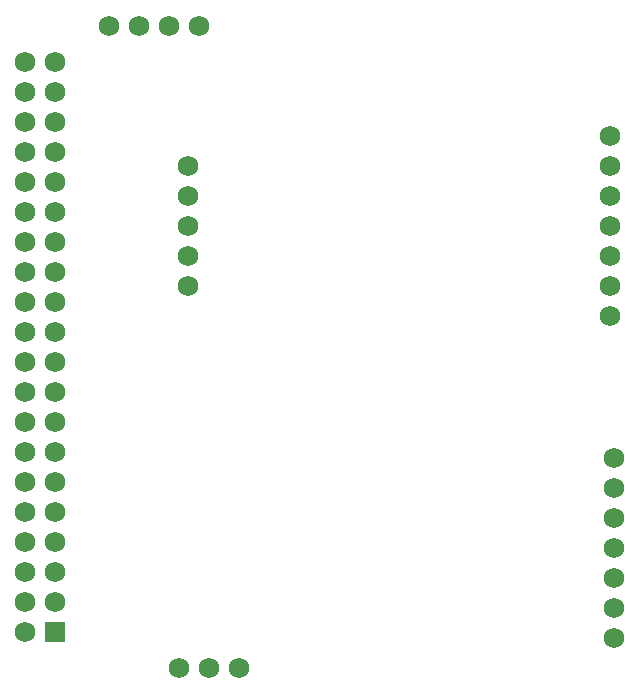
<source format=gbs>
G04*
G04 #@! TF.GenerationSoftware,Altium Limited,Altium Designer,23.4.1 (23)*
G04*
G04 Layer_Color=16711935*
%FSLAX44Y44*%
%MOMM*%
G71*
G04*
G04 #@! TF.SameCoordinates,85A289D2-1239-4559-B1A6-7CFCC22C1876*
G04*
G04*
G04 #@! TF.FilePolarity,Negative*
G04*
G01*
G75*
%ADD11C,1.7272*%
%ADD12R,1.7272X1.7272*%
D11*
X520700Y843280D02*
D03*
Y817880D02*
D03*
Y792480D02*
D03*
Y767080D02*
D03*
Y741680D02*
D03*
Y716280D02*
D03*
Y690880D02*
D03*
X51470Y448310D02*
D03*
Y473710D02*
D03*
Y499110D02*
D03*
Y524510D02*
D03*
Y549910D02*
D03*
X26070Y422910D02*
D03*
Y448310D02*
D03*
Y473710D02*
D03*
Y499110D02*
D03*
Y524510D02*
D03*
Y549910D02*
D03*
X51470Y575310D02*
D03*
X26070D02*
D03*
X51470Y600710D02*
D03*
Y626110D02*
D03*
Y651510D02*
D03*
Y676910D02*
D03*
Y702310D02*
D03*
Y727710D02*
D03*
X26070Y600710D02*
D03*
Y626110D02*
D03*
Y651510D02*
D03*
Y676910D02*
D03*
Y702310D02*
D03*
Y727710D02*
D03*
X51470Y753110D02*
D03*
X26070D02*
D03*
X51470Y778510D02*
D03*
Y803910D02*
D03*
Y829310D02*
D03*
Y854710D02*
D03*
Y880110D02*
D03*
Y905510D02*
D03*
X26070Y778510D02*
D03*
Y803910D02*
D03*
Y829310D02*
D03*
Y854710D02*
D03*
Y880110D02*
D03*
Y905510D02*
D03*
X156210Y392430D02*
D03*
X181610D02*
D03*
X207010D02*
D03*
X96520Y935990D02*
D03*
X121920D02*
D03*
X147320D02*
D03*
X172720D02*
D03*
X524510Y570230D02*
D03*
Y544830D02*
D03*
Y519430D02*
D03*
Y494030D02*
D03*
Y468630D02*
D03*
Y443230D02*
D03*
Y417830D02*
D03*
X163830Y817880D02*
D03*
Y792480D02*
D03*
Y767080D02*
D03*
Y741680D02*
D03*
Y716280D02*
D03*
D12*
X51470Y422910D02*
D03*
M02*

</source>
